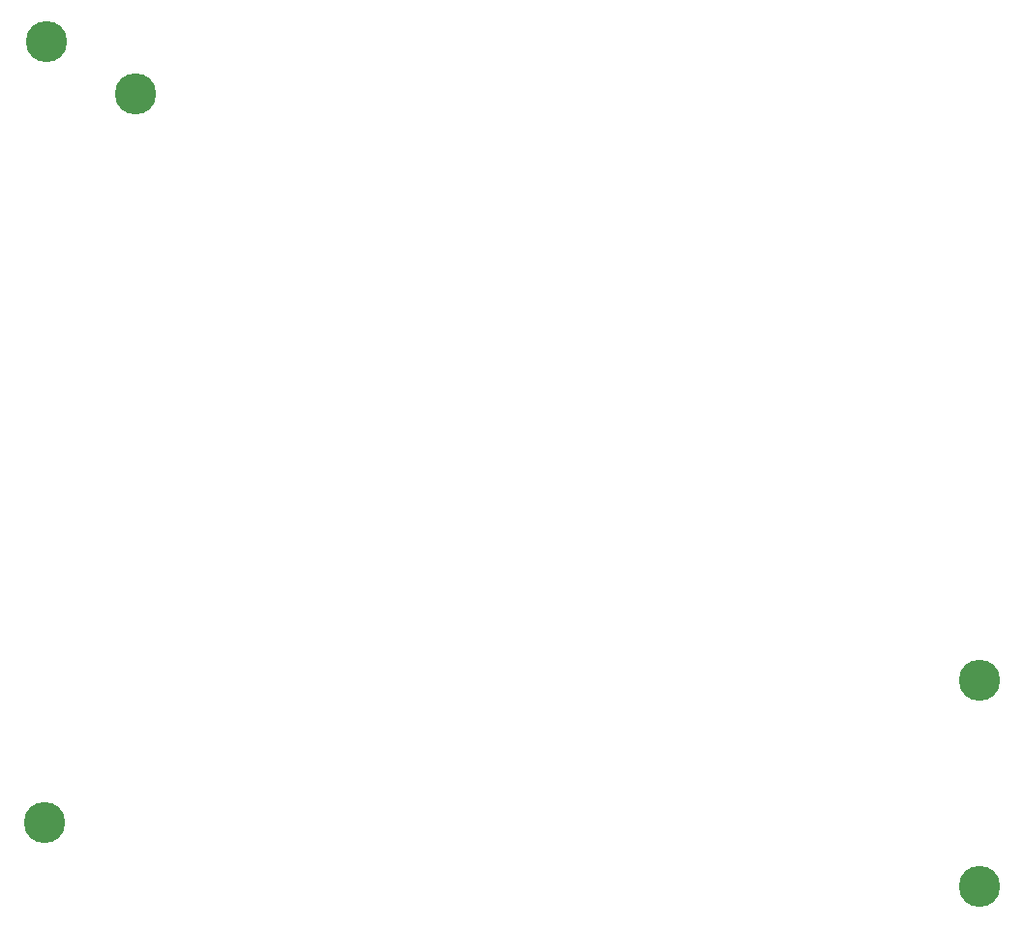
<source format=gbr>
%TF.GenerationSoftware,KiCad,Pcbnew,7.0.9*%
%TF.CreationDate,2024-01-28T09:25:02+00:00*%
%TF.ProjectId,main_PCB_v1,6d61696e-5f50-4434-925f-76312e6b6963,rev?*%
%TF.SameCoordinates,Original*%
%TF.FileFunction,Copper,L3,Inr*%
%TF.FilePolarity,Positive*%
%FSLAX46Y46*%
G04 Gerber Fmt 4.6, Leading zero omitted, Abs format (unit mm)*
G04 Created by KiCad (PCBNEW 7.0.9) date 2024-01-28 09:25:02*
%MOMM*%
%LPD*%
G01*
G04 APERTURE LIST*
%TA.AperFunction,ComponentPad*%
%ADD10C,3.600000*%
%TD*%
G04 APERTURE END LIST*
D10*
%TO.N,GND*%
%TO.C,OL101*%
X119346650Y-57357550D03*
X127140650Y-61857550D03*
X200991650Y-113220550D03*
X200991650Y-131220550D03*
X119249650Y-125629550D03*
%TD*%
M02*

</source>
